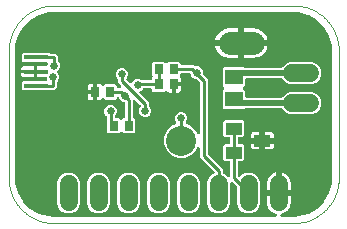
<source format=gbl>
G04 EAGLE Gerber X2 export*
G75*
%MOMM*%
%FSLAX35Y35*%
%LPD*%
%AMOC8*
5,1,8,0,0,1.08239X$1,22.5*%
G01*
%ADD10C,0.076200*%
%ADD11R,0.700000X0.900000*%
%ADD12R,2.000000X0.400000*%
%ADD13R,1.500000X1.300000*%
%ADD14C,1.500000*%
%ADD15C,1.981200*%
%ADD16C,2.540000*%
%ADD17R,1.400000X1.000000*%
%ADD18C,1.524000*%
%ADD19C,0.650000*%
%ADD20C,0.254000*%
%ADD21C,0.508000*%

G36*
X2259818Y53960D02*
X2259818Y53960D01*
X2261010Y54034D01*
X2261392Y54158D01*
X2261790Y54209D01*
X2262900Y54648D01*
X2264036Y55016D01*
X2264375Y55231D01*
X2264748Y55379D01*
X2265713Y56080D01*
X2266723Y56719D01*
X2266998Y57012D01*
X2267323Y57248D01*
X2268084Y58167D01*
X2268902Y59036D01*
X2269096Y59388D01*
X2269352Y59698D01*
X2269861Y60777D01*
X2270437Y61823D01*
X2270538Y62212D01*
X2270709Y62575D01*
X2270933Y63747D01*
X2271232Y64903D01*
X2271232Y65304D01*
X2271308Y65699D01*
X2271234Y66888D01*
X2271236Y68084D01*
X2271136Y68474D01*
X2271112Y68874D01*
X2270745Y70008D01*
X2270449Y71166D01*
X2270256Y71518D01*
X2270133Y71901D01*
X2269494Y72910D01*
X2268921Y73957D01*
X2268647Y74249D01*
X2268432Y74589D01*
X2267563Y75409D01*
X2266748Y76279D01*
X2266409Y76495D01*
X2266117Y76771D01*
X2265071Y77348D01*
X2264065Y77989D01*
X2263513Y78208D01*
X2263332Y78308D01*
X2263129Y78361D01*
X2262558Y78588D01*
X2246999Y83643D01*
X2232749Y90903D01*
X2219811Y100304D01*
X2208504Y111611D01*
X2199103Y124549D01*
X2191843Y138799D01*
X2186901Y154008D01*
X2184399Y169804D01*
X2184399Y228601D01*
X2273298Y228601D01*
X2274478Y228750D01*
X2275663Y228823D01*
X2276050Y228948D01*
X2276454Y228999D01*
X2277560Y229437D01*
X2278690Y229802D01*
X2279034Y230020D01*
X2279413Y230169D01*
X2280372Y230866D01*
X2281378Y231502D01*
X2281658Y231800D01*
X2281987Y232038D01*
X2282744Y232952D01*
X2283559Y233818D01*
X2283756Y234174D01*
X2284016Y234488D01*
X2284523Y235562D01*
X2285097Y236603D01*
X2285199Y236998D01*
X2285373Y237365D01*
X2285596Y238530D01*
X2285894Y239682D01*
X2285933Y240287D01*
X2285972Y240489D01*
X2285959Y240695D01*
X2285998Y241300D01*
X2285998Y254002D01*
X2286002Y254002D01*
X2286002Y241300D01*
X2286151Y240120D01*
X2286224Y238936D01*
X2286349Y238549D01*
X2286400Y238144D01*
X2286838Y237038D01*
X2287203Y235909D01*
X2287421Y235564D01*
X2287571Y235186D01*
X2288267Y234227D01*
X2288903Y233220D01*
X2289201Y232940D01*
X2289439Y232612D01*
X2290353Y231855D01*
X2291219Y231039D01*
X2291575Y230842D01*
X2291889Y230582D01*
X2292963Y230076D01*
X2294004Y229501D01*
X2294399Y229399D01*
X2294767Y229226D01*
X2295932Y229002D01*
X2297083Y228704D01*
X2297688Y228665D01*
X2297891Y228627D01*
X2298097Y228639D01*
X2298701Y228601D01*
X2387600Y228601D01*
X2387600Y169804D01*
X2385098Y154008D01*
X2380157Y138799D01*
X2372896Y124549D01*
X2363496Y111611D01*
X2352189Y100304D01*
X2339250Y90903D01*
X2325000Y83643D01*
X2309441Y78588D01*
X2308361Y78079D01*
X2307251Y77640D01*
X2306926Y77404D01*
X2306563Y77233D01*
X2305642Y76473D01*
X2304677Y75772D01*
X2304421Y75463D01*
X2304111Y75206D01*
X2303409Y74241D01*
X2302648Y73322D01*
X2302476Y72958D01*
X2302240Y72634D01*
X2301800Y71523D01*
X2301291Y70444D01*
X2301215Y70050D01*
X2301067Y69677D01*
X2300917Y68492D01*
X2300692Y67320D01*
X2300717Y66920D01*
X2300666Y66521D01*
X2300815Y65335D01*
X2300888Y64145D01*
X2301012Y63764D01*
X2301062Y63364D01*
X2301500Y62253D01*
X2301867Y61118D01*
X2302082Y60779D01*
X2302229Y60405D01*
X2302929Y59440D01*
X2303568Y58430D01*
X2303860Y58154D01*
X2304096Y57829D01*
X2305013Y57068D01*
X2305883Y56249D01*
X2306235Y56054D01*
X2306544Y55798D01*
X2307621Y55289D01*
X2308668Y54711D01*
X2309057Y54610D01*
X2309420Y54439D01*
X2310592Y54213D01*
X2311748Y53914D01*
X2312342Y53876D01*
X2312543Y53837D01*
X2312752Y53850D01*
X2313365Y53810D01*
X2413000Y53810D01*
X2413208Y53837D01*
X2413830Y53838D01*
X2454880Y56528D01*
X2455310Y56611D01*
X2455746Y56615D01*
X2457336Y56934D01*
X2536637Y78182D01*
X2537426Y78504D01*
X2538247Y78732D01*
X2539482Y79343D01*
X2539582Y79384D01*
X2539618Y79410D01*
X2539700Y79451D01*
X2610799Y120500D01*
X2611479Y121016D01*
X2612212Y121448D01*
X2613243Y122355D01*
X2613333Y122423D01*
X2613362Y122459D01*
X2613429Y122518D01*
X2671481Y180571D01*
X2672003Y181243D01*
X2672601Y181851D01*
X2673365Y182998D01*
X2673431Y183084D01*
X2673449Y183124D01*
X2673500Y183201D01*
X2714549Y254300D01*
X2714879Y255084D01*
X2715299Y255827D01*
X2715532Y256516D01*
X2715626Y256715D01*
X2715661Y256897D01*
X2715741Y257135D01*
X2715782Y257233D01*
X2715788Y257275D01*
X2715818Y257363D01*
X2737066Y336663D01*
X2737125Y337096D01*
X2737263Y337512D01*
X2737472Y339120D01*
X2737863Y345083D01*
X2737863Y345085D01*
X2737863Y345087D01*
X2740162Y380169D01*
X2740150Y380378D01*
X2740189Y381000D01*
X2740189Y1460500D01*
X2740163Y1460708D01*
X2740162Y1461330D01*
X2737472Y1502380D01*
X2737388Y1502810D01*
X2737385Y1503246D01*
X2737288Y1503728D01*
X2737277Y1503903D01*
X2737213Y1504101D01*
X2737066Y1504836D01*
X2715818Y1584137D01*
X2715496Y1584926D01*
X2715268Y1585747D01*
X2714657Y1586982D01*
X2714616Y1587082D01*
X2714590Y1587118D01*
X2714549Y1587200D01*
X2673500Y1658299D01*
X2672984Y1658979D01*
X2672552Y1659712D01*
X2671645Y1660743D01*
X2671577Y1660833D01*
X2671541Y1660862D01*
X2671481Y1660929D01*
X2613429Y1718981D01*
X2612757Y1719503D01*
X2612148Y1720101D01*
X2611002Y1720865D01*
X2610916Y1720931D01*
X2610876Y1720949D01*
X2610799Y1721000D01*
X2539700Y1762049D01*
X2538913Y1762380D01*
X2538173Y1762799D01*
X2536869Y1763239D01*
X2536767Y1763282D01*
X2536723Y1763288D01*
X2536637Y1763318D01*
X2457336Y1784566D01*
X2456903Y1784625D01*
X2456488Y1784763D01*
X2454880Y1784972D01*
X2413831Y1787662D01*
X2413622Y1787650D01*
X2413000Y1787689D01*
X381000Y1787689D01*
X380792Y1787663D01*
X380169Y1787662D01*
X339120Y1784972D01*
X338690Y1784888D01*
X338253Y1784885D01*
X336664Y1784566D01*
X257363Y1763318D01*
X256574Y1762996D01*
X255753Y1762768D01*
X254518Y1762157D01*
X254418Y1762116D01*
X254382Y1762090D01*
X254300Y1762049D01*
X183201Y1721000D01*
X182521Y1720484D01*
X181788Y1720052D01*
X180757Y1719145D01*
X180667Y1719077D01*
X180638Y1719041D01*
X180571Y1718981D01*
X122518Y1660929D01*
X121997Y1660257D01*
X121399Y1659648D01*
X120635Y1658502D01*
X120568Y1658416D01*
X120551Y1658376D01*
X120500Y1658299D01*
X79451Y1587200D01*
X79120Y1586413D01*
X78701Y1585673D01*
X78261Y1584369D01*
X78218Y1584267D01*
X78211Y1584223D01*
X78182Y1584137D01*
X56934Y1504836D01*
X56874Y1504404D01*
X56737Y1503988D01*
X56528Y1502380D01*
X56526Y1502351D01*
X56526Y1502350D01*
X56526Y1502348D01*
X54029Y1464253D01*
X54029Y1464252D01*
X54029Y1464250D01*
X53838Y1461331D01*
X53850Y1461122D01*
X53810Y1460500D01*
X53810Y381000D01*
X53837Y380792D01*
X53838Y380169D01*
X56528Y339120D01*
X56611Y338690D01*
X56615Y338253D01*
X56934Y336664D01*
X78182Y257363D01*
X78504Y256574D01*
X78732Y255753D01*
X79343Y254518D01*
X79384Y254418D01*
X79410Y254382D01*
X79451Y254300D01*
X120500Y183201D01*
X121016Y182521D01*
X121448Y181788D01*
X122355Y180757D01*
X122423Y180667D01*
X122459Y180638D01*
X122518Y180571D01*
X180571Y122518D01*
X181243Y121997D01*
X181851Y121399D01*
X182998Y120635D01*
X183084Y120568D01*
X183124Y120551D01*
X183201Y120500D01*
X254300Y79451D01*
X255087Y79120D01*
X255827Y78701D01*
X257131Y78261D01*
X257233Y78218D01*
X257277Y78211D01*
X257363Y78182D01*
X336664Y56934D01*
X337096Y56874D01*
X337512Y56737D01*
X339120Y56528D01*
X380169Y53838D01*
X380378Y53850D01*
X381000Y53810D01*
X2258634Y53810D01*
X2259818Y53960D01*
G37*
%LPC*%
G36*
X1758865Y81599D02*
X1758865Y81599D01*
X1723506Y96246D01*
X1696446Y123306D01*
X1681799Y158665D01*
X1681799Y349335D01*
X1696446Y384694D01*
X1723506Y411754D01*
X1734934Y416488D01*
X1735364Y416733D01*
X1735830Y416900D01*
X1736741Y417518D01*
X1737697Y418064D01*
X1738053Y418408D01*
X1738463Y418686D01*
X1739192Y419512D01*
X1739982Y420277D01*
X1740241Y420699D01*
X1740569Y421070D01*
X1741070Y422050D01*
X1741646Y422989D01*
X1741792Y423462D01*
X1742017Y423902D01*
X1742258Y424976D01*
X1742583Y426028D01*
X1742607Y426522D01*
X1742715Y427006D01*
X1742683Y428109D01*
X1742735Y429206D01*
X1742635Y429689D01*
X1742621Y430185D01*
X1742315Y431243D01*
X1742093Y432322D01*
X1741875Y432767D01*
X1741738Y433242D01*
X1741181Y434188D01*
X1740697Y435180D01*
X1740375Y435558D01*
X1740125Y435983D01*
X1739054Y437200D01*
X1641174Y535080D01*
X1618299Y557954D01*
X1618299Y631487D01*
X1618212Y632179D01*
X1618223Y632877D01*
X1618013Y633751D01*
X1617901Y634643D01*
X1617644Y635291D01*
X1617482Y635970D01*
X1617061Y636766D01*
X1616731Y637601D01*
X1616321Y638165D01*
X1615995Y638782D01*
X1615390Y639448D01*
X1614862Y640176D01*
X1614326Y640620D01*
X1613856Y641137D01*
X1613105Y641631D01*
X1612412Y642205D01*
X1611780Y642503D01*
X1611199Y642886D01*
X1610349Y643178D01*
X1609535Y643562D01*
X1608851Y643693D01*
X1608190Y643920D01*
X1607293Y643991D01*
X1606411Y644161D01*
X1605714Y644118D01*
X1605019Y644173D01*
X1604133Y644020D01*
X1603236Y643964D01*
X1602573Y643750D01*
X1601885Y643631D01*
X1601064Y643262D01*
X1600209Y642985D01*
X1599619Y642612D01*
X1598983Y642327D01*
X1598282Y641767D01*
X1597520Y641285D01*
X1597041Y640776D01*
X1596497Y640342D01*
X1595957Y639625D01*
X1595339Y638970D01*
X1595002Y638358D01*
X1594582Y637802D01*
X1593867Y636347D01*
X1585121Y615230D01*
X1543770Y573879D01*
X1489740Y551499D01*
X1431260Y551499D01*
X1377230Y573879D01*
X1335879Y615230D01*
X1313499Y669260D01*
X1313499Y727740D01*
X1335879Y781770D01*
X1377230Y823120D01*
X1412635Y837786D01*
X1413065Y838031D01*
X1413531Y838198D01*
X1414441Y838816D01*
X1415398Y839362D01*
X1415754Y839707D01*
X1416164Y839984D01*
X1416891Y840808D01*
X1417683Y841575D01*
X1417943Y841997D01*
X1418270Y842368D01*
X1418771Y843348D01*
X1419347Y844287D01*
X1419493Y844760D01*
X1419718Y845201D01*
X1419959Y846274D01*
X1420284Y847326D01*
X1420308Y847821D01*
X1420416Y848304D01*
X1420383Y849406D01*
X1420436Y850504D01*
X1420336Y850988D01*
X1420321Y851484D01*
X1420016Y852542D01*
X1419794Y853619D01*
X1419577Y854064D01*
X1419439Y854540D01*
X1418881Y855489D01*
X1418398Y856478D01*
X1418077Y856855D01*
X1417825Y857282D01*
X1416754Y858499D01*
X1415992Y859261D01*
X1407999Y878557D01*
X1407999Y899443D01*
X1415992Y918739D01*
X1430760Y933508D01*
X1450057Y941500D01*
X1470943Y941500D01*
X1490239Y933508D01*
X1505008Y918739D01*
X1513000Y899443D01*
X1513000Y878557D01*
X1505008Y859261D01*
X1504245Y858499D01*
X1503941Y858107D01*
X1503575Y857774D01*
X1502972Y856857D01*
X1502295Y855986D01*
X1502098Y855530D01*
X1501826Y855117D01*
X1501469Y854078D01*
X1501031Y853067D01*
X1500953Y852577D01*
X1500792Y852109D01*
X1500704Y851010D01*
X1500532Y849925D01*
X1500578Y849433D01*
X1500538Y848938D01*
X1500726Y847852D01*
X1500829Y846758D01*
X1500997Y846291D01*
X1501081Y845803D01*
X1501531Y844802D01*
X1501904Y843763D01*
X1502183Y843353D01*
X1502385Y842902D01*
X1503070Y842044D01*
X1503689Y841131D01*
X1504062Y840802D01*
X1504370Y840416D01*
X1505247Y839755D01*
X1506073Y839024D01*
X1506515Y838798D01*
X1506910Y838501D01*
X1508365Y837786D01*
X1543770Y823120D01*
X1585121Y781769D01*
X1593867Y760653D01*
X1594213Y760046D01*
X1594469Y759398D01*
X1594997Y758671D01*
X1595443Y757889D01*
X1595929Y757388D01*
X1596338Y756824D01*
X1597030Y756251D01*
X1597656Y755604D01*
X1598250Y755240D01*
X1598788Y754795D01*
X1599601Y754411D01*
X1600368Y753941D01*
X1601035Y753735D01*
X1601665Y753438D01*
X1602548Y753269D01*
X1603408Y753004D01*
X1604105Y752970D01*
X1604789Y752839D01*
X1605685Y752894D01*
X1606585Y752851D01*
X1607270Y752993D01*
X1607964Y753035D01*
X1608818Y753312D01*
X1609701Y753493D01*
X1610329Y753800D01*
X1610991Y754014D01*
X1611751Y754495D01*
X1612559Y754890D01*
X1613090Y755342D01*
X1613680Y755715D01*
X1614297Y756370D01*
X1614981Y756953D01*
X1615383Y757523D01*
X1615861Y758030D01*
X1616296Y758817D01*
X1616814Y759553D01*
X1617062Y760205D01*
X1617399Y760815D01*
X1617624Y761685D01*
X1617943Y762526D01*
X1618021Y763220D01*
X1618196Y763895D01*
X1618299Y765513D01*
X1618299Y1187694D01*
X1618176Y1188672D01*
X1618147Y1189659D01*
X1617977Y1190246D01*
X1617901Y1190850D01*
X1617539Y1191766D01*
X1617265Y1192716D01*
X1616955Y1193242D01*
X1616731Y1193808D01*
X1616152Y1194606D01*
X1615651Y1195457D01*
X1614984Y1196214D01*
X1614862Y1196383D01*
X1614766Y1196462D01*
X1614580Y1196674D01*
X1594224Y1217030D01*
X1593446Y1217633D01*
X1592727Y1218311D01*
X1592193Y1218606D01*
X1591711Y1218980D01*
X1590807Y1219371D01*
X1589942Y1219849D01*
X1589350Y1220002D01*
X1588792Y1220244D01*
X1587819Y1220398D01*
X1586862Y1220646D01*
X1585854Y1220710D01*
X1585650Y1220743D01*
X1585527Y1220731D01*
X1585244Y1220749D01*
X1581307Y1220749D01*
X1562010Y1228742D01*
X1547242Y1243510D01*
X1539911Y1261210D01*
X1539766Y1261464D01*
X1539676Y1261741D01*
X1538980Y1262842D01*
X1538335Y1263973D01*
X1538133Y1264182D01*
X1537976Y1264430D01*
X1537026Y1265324D01*
X1536122Y1266258D01*
X1535873Y1266411D01*
X1535661Y1266611D01*
X1534521Y1267240D01*
X1533410Y1267922D01*
X1533131Y1268008D01*
X1532876Y1268149D01*
X1531614Y1268475D01*
X1530370Y1268859D01*
X1530079Y1268873D01*
X1529796Y1268946D01*
X1528178Y1269049D01*
X1466200Y1269049D01*
X1465020Y1268900D01*
X1463835Y1268827D01*
X1463448Y1268702D01*
X1463044Y1268651D01*
X1461938Y1268213D01*
X1460808Y1267848D01*
X1460464Y1267630D01*
X1460086Y1267481D01*
X1459126Y1266784D01*
X1458120Y1266148D01*
X1457840Y1265850D01*
X1457511Y1265612D01*
X1456754Y1264698D01*
X1455939Y1263833D01*
X1455742Y1263476D01*
X1455482Y1263162D01*
X1454975Y1262088D01*
X1454401Y1261048D01*
X1454299Y1260653D01*
X1454125Y1260285D01*
X1453902Y1259120D01*
X1453604Y1257968D01*
X1453565Y1257363D01*
X1453526Y1257161D01*
X1453539Y1256955D01*
X1453500Y1256350D01*
X1453500Y1247451D01*
X1453399Y1247218D01*
X1452878Y1246225D01*
X1452769Y1245763D01*
X1452581Y1245328D01*
X1452405Y1244221D01*
X1452147Y1243129D01*
X1452156Y1242655D01*
X1452082Y1242187D01*
X1452186Y1241070D01*
X1452208Y1239949D01*
X1452334Y1239492D01*
X1452379Y1239020D01*
X1452758Y1237963D01*
X1453057Y1236883D01*
X1453379Y1236233D01*
X1453453Y1236026D01*
X1453558Y1235871D01*
X1453777Y1235430D01*
X1457169Y1229554D01*
X1458900Y1223094D01*
X1458900Y1192249D01*
X1403302Y1192249D01*
X1402122Y1192100D01*
X1400938Y1192027D01*
X1400551Y1191902D01*
X1400146Y1191851D01*
X1399040Y1191413D01*
X1397911Y1191048D01*
X1397566Y1190830D01*
X1397188Y1190681D01*
X1396228Y1189984D01*
X1395222Y1189348D01*
X1394942Y1189050D01*
X1394613Y1188812D01*
X1393857Y1187898D01*
X1393041Y1187033D01*
X1392844Y1186676D01*
X1392584Y1186362D01*
X1392078Y1185288D01*
X1391503Y1184248D01*
X1391401Y1183853D01*
X1391228Y1183485D01*
X1391004Y1182320D01*
X1391004Y1182318D01*
X1390948Y1182300D01*
X1390543Y1182249D01*
X1389438Y1181811D01*
X1388308Y1181446D01*
X1387964Y1181228D01*
X1387585Y1181078D01*
X1386626Y1180382D01*
X1385620Y1179746D01*
X1385339Y1179448D01*
X1385011Y1179210D01*
X1384254Y1178296D01*
X1383438Y1177430D01*
X1383242Y1177074D01*
X1382982Y1176760D01*
X1382475Y1175686D01*
X1381901Y1174645D01*
X1381798Y1174250D01*
X1381625Y1173883D01*
X1381402Y1172718D01*
X1381103Y1171566D01*
X1381065Y1170961D01*
X1381026Y1170758D01*
X1381039Y1170553D01*
X1381000Y1169948D01*
X1381000Y1104349D01*
X1360155Y1104349D01*
X1353695Y1106080D01*
X1347903Y1109424D01*
X1343175Y1114153D01*
X1341572Y1116929D01*
X1340815Y1117927D01*
X1340109Y1118968D01*
X1339854Y1119193D01*
X1339649Y1119463D01*
X1338666Y1120243D01*
X1337725Y1121074D01*
X1337423Y1121228D01*
X1337157Y1121440D01*
X1336008Y1121952D01*
X1334892Y1122522D01*
X1334562Y1122597D01*
X1334251Y1122735D01*
X1333014Y1122945D01*
X1331789Y1123221D01*
X1331449Y1123211D01*
X1331115Y1123268D01*
X1329865Y1123164D01*
X1328609Y1123126D01*
X1328283Y1123032D01*
X1327945Y1123004D01*
X1326757Y1122592D01*
X1325553Y1122244D01*
X1325261Y1122072D01*
X1324940Y1121961D01*
X1323894Y1121268D01*
X1322811Y1120630D01*
X1322442Y1120305D01*
X1322288Y1120203D01*
X1322142Y1120041D01*
X1321594Y1119559D01*
X1311784Y1109749D01*
X1225215Y1109749D01*
X1213499Y1121465D01*
X1213499Y1129350D01*
X1213350Y1130530D01*
X1213277Y1131714D01*
X1213152Y1132101D01*
X1213101Y1132506D01*
X1212663Y1133612D01*
X1212298Y1134741D01*
X1212080Y1135086D01*
X1211931Y1135464D01*
X1211234Y1136423D01*
X1210598Y1137430D01*
X1210300Y1137710D01*
X1210062Y1138038D01*
X1209148Y1138795D01*
X1208283Y1139611D01*
X1207926Y1139808D01*
X1207612Y1140068D01*
X1206538Y1140574D01*
X1205498Y1141149D01*
X1205103Y1141251D01*
X1204735Y1141424D01*
X1203570Y1141648D01*
X1202418Y1141946D01*
X1201813Y1141985D01*
X1201611Y1142023D01*
X1201405Y1142011D01*
X1200800Y1142049D01*
X1147370Y1142049D01*
X1147076Y1142012D01*
X1146781Y1142036D01*
X1145503Y1141814D01*
X1144214Y1141651D01*
X1143939Y1141542D01*
X1143647Y1141491D01*
X1142463Y1140958D01*
X1141256Y1140481D01*
X1141016Y1140307D01*
X1140746Y1140185D01*
X1139731Y1139374D01*
X1138682Y1138612D01*
X1138493Y1138384D01*
X1138261Y1138199D01*
X1137850Y1137653D01*
X1121739Y1121542D01*
X1114944Y1118728D01*
X1114514Y1118482D01*
X1114048Y1118315D01*
X1113136Y1117697D01*
X1112180Y1117152D01*
X1111825Y1116808D01*
X1111415Y1116529D01*
X1110686Y1115704D01*
X1109895Y1114938D01*
X1109637Y1114517D01*
X1109309Y1114146D01*
X1108808Y1113166D01*
X1108232Y1112227D01*
X1108086Y1111753D01*
X1107861Y1111313D01*
X1107619Y1110240D01*
X1107295Y1109187D01*
X1107271Y1108693D01*
X1107162Y1108210D01*
X1107195Y1107109D01*
X1107142Y1106009D01*
X1107242Y1105524D01*
X1107257Y1105030D01*
X1107562Y1103972D01*
X1107784Y1102894D01*
X1108001Y1102449D01*
X1108139Y1101973D01*
X1108698Y1101024D01*
X1109181Y1100036D01*
X1109502Y1099659D01*
X1109753Y1099232D01*
X1110824Y1098015D01*
X1188200Y1020638D01*
X1188200Y995857D01*
X1188324Y994879D01*
X1188353Y993892D01*
X1188523Y993305D01*
X1188599Y992701D01*
X1188961Y991785D01*
X1189235Y990835D01*
X1189545Y990309D01*
X1189769Y989743D01*
X1190348Y988944D01*
X1190849Y988094D01*
X1191516Y987337D01*
X1191638Y987168D01*
X1191733Y987089D01*
X1191920Y986877D01*
X1200008Y978789D01*
X1208000Y959493D01*
X1208000Y938607D01*
X1200008Y919310D01*
X1185239Y904542D01*
X1165943Y896549D01*
X1145057Y896549D01*
X1125760Y904542D01*
X1110992Y919310D01*
X1102999Y938607D01*
X1102999Y959493D01*
X1110992Y978789D01*
X1115295Y983092D01*
X1116024Y984032D01*
X1116810Y984921D01*
X1116996Y985283D01*
X1117245Y985605D01*
X1117718Y986696D01*
X1118258Y987753D01*
X1118348Y988151D01*
X1118509Y988524D01*
X1118696Y989696D01*
X1118957Y990857D01*
X1118945Y991265D01*
X1119008Y991666D01*
X1118898Y992847D01*
X1118862Y994037D01*
X1118749Y994428D01*
X1118711Y994833D01*
X1118310Y995950D01*
X1117980Y997093D01*
X1117773Y997445D01*
X1117636Y997827D01*
X1116969Y998811D01*
X1116366Y999834D01*
X1115967Y1000288D01*
X1115851Y1000460D01*
X1115695Y1000598D01*
X1115296Y1001052D01*
X1071880Y1044468D01*
X1070782Y1045320D01*
X1069712Y1046206D01*
X1069527Y1046293D01*
X1069366Y1046418D01*
X1068093Y1046969D01*
X1066834Y1047563D01*
X1066634Y1047601D01*
X1066447Y1047682D01*
X1065077Y1047899D01*
X1063710Y1048162D01*
X1063507Y1048149D01*
X1063305Y1048181D01*
X1061923Y1048051D01*
X1060535Y1047965D01*
X1060341Y1047903D01*
X1060138Y1047883D01*
X1058829Y1047413D01*
X1057508Y1046986D01*
X1057337Y1046878D01*
X1057144Y1046808D01*
X1055996Y1046030D01*
X1054820Y1045286D01*
X1054679Y1045137D01*
X1054512Y1045023D01*
X1053595Y1043986D01*
X1052639Y1042971D01*
X1052540Y1042792D01*
X1052405Y1042639D01*
X1051774Y1041404D01*
X1051101Y1040186D01*
X1051050Y1039988D01*
X1050957Y1039807D01*
X1050652Y1038453D01*
X1050304Y1037106D01*
X1050286Y1036824D01*
X1050258Y1036703D01*
X1050265Y1036494D01*
X1050200Y1035488D01*
X1050200Y903200D01*
X1050349Y902020D01*
X1050423Y900835D01*
X1050548Y900448D01*
X1050599Y900044D01*
X1051036Y898938D01*
X1051402Y897808D01*
X1051619Y897464D01*
X1051769Y897086D01*
X1052465Y896126D01*
X1053102Y895120D01*
X1053399Y894840D01*
X1053638Y894511D01*
X1054551Y893754D01*
X1055417Y892939D01*
X1055773Y892742D01*
X1056088Y892482D01*
X1057162Y891975D01*
X1058202Y891401D01*
X1058597Y891299D01*
X1058965Y891125D01*
X1060130Y890902D01*
X1060472Y890813D01*
X1072500Y878785D01*
X1072500Y772215D01*
X1060785Y760499D01*
X974215Y760499D01*
X961480Y773235D01*
X960542Y773963D01*
X959651Y774750D01*
X959288Y774935D01*
X958967Y775185D01*
X957876Y775657D01*
X956818Y776198D01*
X956421Y776287D01*
X956048Y776449D01*
X954876Y776635D01*
X953715Y776897D01*
X953307Y776884D01*
X952906Y776948D01*
X951724Y776837D01*
X950535Y776802D01*
X950144Y776689D01*
X949738Y776651D01*
X948621Y776249D01*
X947479Y775920D01*
X947127Y775713D01*
X946745Y775576D01*
X945762Y774909D01*
X944738Y774306D01*
X944283Y773906D01*
X944112Y773790D01*
X943975Y773635D01*
X943520Y773235D01*
X930785Y760499D01*
X844215Y760499D01*
X832499Y772215D01*
X832499Y828994D01*
X832376Y829972D01*
X832347Y830959D01*
X832177Y831546D01*
X832101Y832150D01*
X831739Y833066D01*
X831465Y834016D01*
X831155Y834542D01*
X830931Y835108D01*
X830352Y835906D01*
X829851Y836757D01*
X829549Y837099D01*
X829549Y901443D01*
X829426Y902421D01*
X829397Y903408D01*
X829227Y903995D01*
X829151Y904599D01*
X828789Y905515D01*
X828515Y906464D01*
X828205Y906991D01*
X827981Y907557D01*
X827402Y908355D01*
X826901Y909206D01*
X826234Y909963D01*
X826112Y910132D01*
X826016Y910211D01*
X825830Y910423D01*
X817742Y918510D01*
X809749Y937807D01*
X809749Y958693D01*
X817742Y977989D01*
X832510Y992758D01*
X851807Y1000750D01*
X872693Y1000750D01*
X891989Y992758D01*
X906758Y977989D01*
X914750Y958693D01*
X914750Y937807D01*
X906758Y918511D01*
X900426Y912180D01*
X899574Y911082D01*
X898688Y910012D01*
X898601Y909827D01*
X898476Y909666D01*
X897924Y908392D01*
X897332Y907134D01*
X897293Y906934D01*
X897212Y906747D01*
X896994Y905376D01*
X896733Y904010D01*
X896745Y903807D01*
X896713Y903605D01*
X896843Y902218D01*
X896929Y900835D01*
X896991Y900643D01*
X897010Y900438D01*
X897482Y899125D01*
X897908Y897808D01*
X898017Y897636D01*
X898086Y897444D01*
X898865Y896296D01*
X899608Y895120D01*
X899757Y894980D01*
X899871Y894812D01*
X900911Y893893D01*
X901923Y892939D01*
X902102Y892840D01*
X902255Y892705D01*
X903492Y892073D01*
X904708Y891401D01*
X904906Y891350D01*
X905087Y891257D01*
X906443Y890952D01*
X907788Y890604D01*
X908070Y890586D01*
X908191Y890558D01*
X908400Y890565D01*
X909406Y890500D01*
X930785Y890500D01*
X943520Y877765D01*
X944457Y877038D01*
X945349Y876250D01*
X945712Y876064D01*
X946033Y875815D01*
X947125Y875342D01*
X948182Y874802D01*
X948579Y874713D01*
X948953Y874551D01*
X950124Y874364D01*
X951285Y874103D01*
X951693Y874115D01*
X952094Y874052D01*
X953274Y874162D01*
X954465Y874198D01*
X954858Y874311D01*
X955262Y874349D01*
X956379Y874750D01*
X957521Y875080D01*
X957872Y875286D01*
X958256Y875424D01*
X959240Y876092D01*
X960263Y876694D01*
X960717Y877093D01*
X960888Y877210D01*
X961025Y877365D01*
X961480Y877765D01*
X974436Y890721D01*
X974464Y890723D01*
X974851Y890848D01*
X975256Y890899D01*
X976362Y891336D01*
X977491Y891702D01*
X977836Y891919D01*
X978214Y892069D01*
X979173Y892765D01*
X980180Y893402D01*
X980460Y893699D01*
X980788Y893938D01*
X981545Y894851D01*
X982361Y895717D01*
X982558Y896073D01*
X982818Y896388D01*
X983324Y897462D01*
X983899Y898502D01*
X984001Y898897D01*
X984174Y899265D01*
X984398Y900430D01*
X984696Y901582D01*
X984735Y902187D01*
X984773Y902389D01*
X984761Y902595D01*
X984799Y903200D01*
X984799Y1014300D01*
X984650Y1015480D01*
X984577Y1016664D01*
X984452Y1017051D01*
X984401Y1017456D01*
X983963Y1018562D01*
X983598Y1019691D01*
X983380Y1020036D01*
X983231Y1020414D01*
X982534Y1021373D01*
X981898Y1022380D01*
X981600Y1022660D01*
X981362Y1022988D01*
X980448Y1023745D01*
X979583Y1024561D01*
X979226Y1024758D01*
X978912Y1025018D01*
X977838Y1025524D01*
X976798Y1026099D01*
X976403Y1026201D01*
X976035Y1026374D01*
X974870Y1026598D01*
X974621Y1026662D01*
X954510Y1034992D01*
X939742Y1049760D01*
X937000Y1056382D01*
X936754Y1056812D01*
X936587Y1057278D01*
X935969Y1058190D01*
X935424Y1059145D01*
X935080Y1059501D01*
X934802Y1059911D01*
X933976Y1060640D01*
X933211Y1061430D01*
X932789Y1061689D01*
X932418Y1062017D01*
X931438Y1062518D01*
X930499Y1063094D01*
X930025Y1063240D01*
X929585Y1063465D01*
X928513Y1063706D01*
X927459Y1064031D01*
X926965Y1064055D01*
X926482Y1064163D01*
X925382Y1064131D01*
X924282Y1064183D01*
X923797Y1064083D01*
X923302Y1064069D01*
X922243Y1063763D01*
X921166Y1063541D01*
X920723Y1063324D01*
X920246Y1063187D01*
X919296Y1062628D01*
X918308Y1062145D01*
X917931Y1061824D01*
X917504Y1061573D01*
X916287Y1060502D01*
X902035Y1046249D01*
X815465Y1046249D01*
X805656Y1056059D01*
X804663Y1056830D01*
X803714Y1057650D01*
X803411Y1057801D01*
X803142Y1058009D01*
X801990Y1058508D01*
X800866Y1059068D01*
X800534Y1059139D01*
X800223Y1059273D01*
X798987Y1059470D01*
X797756Y1059733D01*
X797416Y1059719D01*
X797081Y1059773D01*
X795831Y1059655D01*
X794577Y1059604D01*
X794253Y1059507D01*
X793914Y1059475D01*
X792730Y1059050D01*
X791530Y1058690D01*
X791240Y1058515D01*
X790920Y1058400D01*
X789882Y1057695D01*
X788806Y1057047D01*
X788568Y1056805D01*
X788288Y1056614D01*
X787457Y1055674D01*
X786576Y1054778D01*
X786304Y1054369D01*
X786181Y1054231D01*
X786081Y1054035D01*
X785678Y1053429D01*
X784075Y1050653D01*
X779346Y1045924D01*
X773554Y1042580D01*
X767094Y1040849D01*
X746249Y1040849D01*
X746249Y1106448D01*
X746100Y1107628D01*
X746027Y1108812D01*
X745902Y1109199D01*
X745851Y1109604D01*
X745413Y1110709D01*
X745258Y1111190D01*
X745349Y1111354D01*
X745451Y1111749D01*
X745624Y1112117D01*
X745848Y1113282D01*
X746146Y1114434D01*
X746185Y1115039D01*
X746223Y1115241D01*
X746211Y1115447D01*
X746249Y1116052D01*
X746249Y1181650D01*
X767094Y1181650D01*
X773554Y1179919D01*
X779346Y1176575D01*
X784075Y1171847D01*
X785678Y1169071D01*
X786435Y1168073D01*
X787141Y1167032D01*
X787396Y1166806D01*
X787601Y1166537D01*
X788584Y1165757D01*
X789525Y1164925D01*
X789827Y1164771D01*
X790093Y1164560D01*
X791242Y1164048D01*
X792358Y1163478D01*
X792688Y1163403D01*
X792998Y1163265D01*
X794236Y1163055D01*
X795461Y1162779D01*
X795801Y1162789D01*
X796135Y1162732D01*
X797384Y1162836D01*
X798641Y1162873D01*
X798967Y1162968D01*
X799305Y1162996D01*
X800493Y1163408D01*
X801697Y1163756D01*
X801989Y1163928D01*
X802310Y1164039D01*
X803356Y1164732D01*
X804438Y1165369D01*
X804808Y1165694D01*
X804962Y1165796D01*
X805108Y1165959D01*
X805656Y1166440D01*
X815465Y1176250D01*
X902035Y1176250D01*
X913750Y1164535D01*
X913750Y1156650D01*
X913899Y1155470D01*
X913973Y1154285D01*
X914098Y1153898D01*
X914149Y1153494D01*
X914586Y1152388D01*
X914952Y1151258D01*
X915169Y1150914D01*
X915319Y1150536D01*
X916015Y1149576D01*
X916652Y1148570D01*
X916949Y1148290D01*
X917188Y1147961D01*
X918101Y1147204D01*
X918967Y1146389D01*
X919323Y1146192D01*
X919638Y1145932D01*
X920712Y1145425D01*
X921752Y1144851D01*
X922147Y1144749D01*
X922515Y1144575D01*
X923680Y1144352D01*
X924832Y1144054D01*
X925437Y1144015D01*
X925639Y1143976D01*
X925845Y1143989D01*
X926450Y1143950D01*
X941738Y1143950D01*
X943119Y1144125D01*
X944500Y1144254D01*
X944692Y1144323D01*
X944894Y1144349D01*
X946183Y1144859D01*
X947494Y1145329D01*
X947663Y1145444D01*
X947852Y1145519D01*
X948972Y1146332D01*
X950127Y1147115D01*
X950262Y1147268D01*
X950427Y1147388D01*
X951312Y1148456D01*
X952233Y1149499D01*
X952325Y1149680D01*
X952456Y1149838D01*
X953049Y1151096D01*
X953681Y1152331D01*
X953725Y1152530D01*
X953813Y1152715D01*
X954074Y1154078D01*
X954379Y1155435D01*
X954373Y1155639D01*
X954412Y1155839D01*
X954326Y1157220D01*
X954285Y1158615D01*
X954228Y1158812D01*
X954215Y1159014D01*
X953789Y1160333D01*
X953403Y1161671D01*
X953299Y1161847D01*
X953236Y1162041D01*
X952491Y1163219D01*
X951789Y1164412D01*
X951603Y1164623D01*
X951536Y1164729D01*
X951383Y1164873D01*
X950718Y1165630D01*
X924799Y1191548D01*
X924799Y1213193D01*
X924676Y1214171D01*
X924647Y1215158D01*
X924477Y1215745D01*
X924401Y1216349D01*
X924039Y1217265D01*
X923765Y1218214D01*
X923455Y1218741D01*
X923231Y1219307D01*
X922652Y1220105D01*
X922151Y1220956D01*
X921484Y1221713D01*
X921362Y1221882D01*
X921266Y1221961D01*
X921080Y1222173D01*
X912992Y1230260D01*
X904999Y1249557D01*
X904999Y1270443D01*
X912992Y1289739D01*
X927760Y1304508D01*
X947057Y1312500D01*
X967943Y1312500D01*
X987239Y1304508D01*
X1002008Y1289739D01*
X1010000Y1270443D01*
X1010000Y1249557D01*
X1002008Y1230261D01*
X999273Y1227526D01*
X998545Y1226588D01*
X997758Y1225697D01*
X997573Y1225335D01*
X997323Y1225013D01*
X996849Y1223919D01*
X996310Y1222864D01*
X996220Y1222468D01*
X996058Y1222094D01*
X995872Y1220918D01*
X995611Y1219761D01*
X995623Y1219353D01*
X995559Y1218952D01*
X995670Y1217771D01*
X995706Y1216581D01*
X995818Y1216190D01*
X995857Y1215785D01*
X996258Y1214667D01*
X996588Y1213525D01*
X996794Y1213173D01*
X996932Y1212791D01*
X997599Y1211807D01*
X998202Y1210783D01*
X998600Y1210330D01*
X998717Y1210158D01*
X998874Y1210020D01*
X999273Y1209566D01*
X1023965Y1184874D01*
X1024355Y1184571D01*
X1024689Y1184204D01*
X1025610Y1183597D01*
X1026478Y1182924D01*
X1026932Y1182728D01*
X1027346Y1182455D01*
X1028390Y1182096D01*
X1029398Y1181660D01*
X1029885Y1181582D01*
X1030354Y1181421D01*
X1031453Y1181333D01*
X1032539Y1181161D01*
X1033032Y1181207D01*
X1033525Y1181168D01*
X1034611Y1181355D01*
X1035706Y1181458D01*
X1036172Y1181625D01*
X1036660Y1181710D01*
X1037664Y1182161D01*
X1038700Y1182533D01*
X1039111Y1182812D01*
X1039561Y1183014D01*
X1040420Y1183699D01*
X1041333Y1184319D01*
X1041661Y1184690D01*
X1042048Y1184998D01*
X1042710Y1185877D01*
X1043439Y1186703D01*
X1043664Y1187143D01*
X1043963Y1187538D01*
X1044678Y1188994D01*
X1047492Y1195789D01*
X1062260Y1210558D01*
X1081557Y1218550D01*
X1102443Y1218550D01*
X1122052Y1210428D01*
X1122624Y1209889D01*
X1123158Y1209594D01*
X1123640Y1209220D01*
X1124544Y1208828D01*
X1125409Y1208351D01*
X1126001Y1208198D01*
X1126559Y1207956D01*
X1127532Y1207802D01*
X1128489Y1207554D01*
X1129497Y1207489D01*
X1129701Y1207457D01*
X1129824Y1207468D01*
X1130107Y1207450D01*
X1200800Y1207450D01*
X1201980Y1207599D01*
X1203164Y1207673D01*
X1203551Y1207798D01*
X1203956Y1207849D01*
X1205062Y1208286D01*
X1206191Y1208652D01*
X1206536Y1208869D01*
X1206914Y1209019D01*
X1207873Y1209715D01*
X1208880Y1210352D01*
X1209160Y1210649D01*
X1209488Y1210888D01*
X1210245Y1211801D01*
X1211061Y1212667D01*
X1211258Y1213023D01*
X1211518Y1213338D01*
X1212024Y1214412D01*
X1212599Y1215452D01*
X1212701Y1215847D01*
X1212874Y1216215D01*
X1213098Y1217380D01*
X1213396Y1218532D01*
X1213435Y1219137D01*
X1213473Y1219339D01*
X1213461Y1219545D01*
X1213499Y1220150D01*
X1213499Y1228034D01*
X1214735Y1229270D01*
X1215462Y1230207D01*
X1216250Y1231099D01*
X1216435Y1231461D01*
X1216685Y1231783D01*
X1217158Y1232875D01*
X1217698Y1233931D01*
X1217787Y1234328D01*
X1217949Y1234702D01*
X1218135Y1235874D01*
X1218397Y1237035D01*
X1218384Y1237443D01*
X1218448Y1237844D01*
X1218337Y1239025D01*
X1218302Y1240214D01*
X1218189Y1240606D01*
X1218151Y1241011D01*
X1217750Y1242128D01*
X1217420Y1243271D01*
X1217213Y1243623D01*
X1217076Y1244005D01*
X1216408Y1244989D01*
X1215806Y1246012D01*
X1215408Y1246465D01*
X1215290Y1246638D01*
X1215134Y1246776D01*
X1214735Y1247229D01*
X1213499Y1248465D01*
X1213499Y1355035D01*
X1225215Y1366750D01*
X1311784Y1366750D01*
X1324520Y1354015D01*
X1325458Y1353287D01*
X1326349Y1352500D01*
X1326711Y1352314D01*
X1327033Y1352065D01*
X1328124Y1351593D01*
X1329181Y1351052D01*
X1329578Y1350963D01*
X1329952Y1350801D01*
X1331123Y1350615D01*
X1332285Y1350353D01*
X1332693Y1350365D01*
X1333094Y1350302D01*
X1334275Y1350413D01*
X1335464Y1350448D01*
X1335856Y1350561D01*
X1336261Y1350599D01*
X1337379Y1351000D01*
X1338521Y1351330D01*
X1338873Y1351537D01*
X1339255Y1351674D01*
X1340238Y1352340D01*
X1341262Y1352944D01*
X1341717Y1353343D01*
X1341888Y1353460D01*
X1342025Y1353615D01*
X1342479Y1354015D01*
X1355215Y1366750D01*
X1441785Y1366750D01*
X1453500Y1355035D01*
X1453500Y1347150D01*
X1453649Y1345970D01*
X1453723Y1344785D01*
X1453848Y1344398D01*
X1453899Y1343994D01*
X1454336Y1342888D01*
X1454702Y1341758D01*
X1454919Y1341414D01*
X1455069Y1341036D01*
X1455765Y1340076D01*
X1456402Y1339070D01*
X1456699Y1338790D01*
X1456938Y1338461D01*
X1457852Y1337704D01*
X1458717Y1336889D01*
X1459073Y1336692D01*
X1459388Y1336432D01*
X1460462Y1335925D01*
X1461502Y1335351D01*
X1461897Y1335249D01*
X1462265Y1335075D01*
X1463430Y1334852D01*
X1464582Y1334554D01*
X1465187Y1334515D01*
X1465389Y1334476D01*
X1465595Y1334489D01*
X1466200Y1334450D01*
X1569295Y1334450D01*
X1574276Y1329470D01*
X1575053Y1328867D01*
X1575773Y1328189D01*
X1576307Y1327894D01*
X1576789Y1327520D01*
X1577693Y1327128D01*
X1578558Y1326651D01*
X1579150Y1326498D01*
X1579708Y1326256D01*
X1580681Y1326102D01*
X1581638Y1325854D01*
X1582646Y1325789D01*
X1582850Y1325757D01*
X1582973Y1325768D01*
X1583255Y1325750D01*
X1602193Y1325750D01*
X1621489Y1317758D01*
X1636258Y1302989D01*
X1644250Y1283693D01*
X1644250Y1264755D01*
X1644374Y1263778D01*
X1644403Y1262791D01*
X1644573Y1262204D01*
X1644649Y1261599D01*
X1645011Y1260684D01*
X1645285Y1259734D01*
X1645595Y1259208D01*
X1645819Y1258641D01*
X1646398Y1257843D01*
X1646899Y1256993D01*
X1647566Y1256235D01*
X1647688Y1256067D01*
X1647783Y1255988D01*
X1647970Y1255776D01*
X1683700Y1220045D01*
X1683700Y590305D01*
X1683824Y589328D01*
X1683853Y588341D01*
X1684023Y587754D01*
X1684099Y587149D01*
X1684461Y586234D01*
X1684735Y585284D01*
X1685045Y584758D01*
X1685269Y584191D01*
X1685848Y583393D01*
X1686349Y582543D01*
X1687016Y581785D01*
X1687138Y581617D01*
X1687233Y581538D01*
X1687420Y581326D01*
X1810700Y458045D01*
X1810700Y429267D01*
X1810737Y428978D01*
X1810713Y428686D01*
X1810936Y427401D01*
X1811099Y426111D01*
X1811206Y425839D01*
X1811256Y425552D01*
X1811789Y424365D01*
X1812269Y423153D01*
X1812441Y422916D01*
X1812560Y422650D01*
X1813373Y421633D01*
X1814138Y420578D01*
X1814363Y420392D01*
X1814545Y420164D01*
X1815583Y419382D01*
X1816588Y418549D01*
X1816853Y418424D01*
X1817085Y418249D01*
X1818540Y417534D01*
X1832493Y411754D01*
X1851420Y392827D01*
X1852518Y391975D01*
X1853588Y391089D01*
X1853773Y391002D01*
X1853933Y390877D01*
X1855208Y390325D01*
X1856465Y389733D01*
X1856665Y389694D01*
X1856853Y389613D01*
X1858223Y389395D01*
X1859589Y389133D01*
X1859793Y389146D01*
X1859994Y389114D01*
X1861381Y389244D01*
X1862764Y389330D01*
X1862957Y389392D01*
X1863162Y389411D01*
X1864474Y389883D01*
X1865791Y390309D01*
X1865963Y390418D01*
X1866155Y390487D01*
X1867301Y391264D01*
X1868480Y392009D01*
X1868620Y392158D01*
X1868788Y392272D01*
X1869702Y393306D01*
X1870661Y394324D01*
X1870760Y394503D01*
X1870895Y394656D01*
X1871526Y395891D01*
X1872199Y397109D01*
X1872250Y397308D01*
X1872343Y397488D01*
X1872648Y398843D01*
X1872996Y400189D01*
X1873014Y400471D01*
X1873041Y400592D01*
X1873035Y400801D01*
X1873099Y401807D01*
X1873099Y514200D01*
X1872950Y515380D01*
X1872877Y516564D01*
X1872752Y516951D01*
X1872701Y517356D01*
X1872263Y518462D01*
X1871898Y519591D01*
X1871680Y519936D01*
X1871531Y520314D01*
X1870834Y521273D01*
X1870198Y522280D01*
X1869900Y522560D01*
X1869662Y522888D01*
X1868748Y523645D01*
X1867883Y524461D01*
X1867526Y524658D01*
X1867212Y524918D01*
X1866138Y525424D01*
X1865098Y525999D01*
X1864703Y526101D01*
X1864335Y526274D01*
X1863170Y526498D01*
X1862018Y526796D01*
X1861413Y526835D01*
X1861211Y526873D01*
X1861005Y526861D01*
X1860400Y526899D01*
X1827515Y526899D01*
X1815799Y538615D01*
X1815799Y655185D01*
X1827515Y666900D01*
X1860400Y666900D01*
X1861580Y667049D01*
X1862764Y667123D01*
X1863151Y667248D01*
X1863556Y667299D01*
X1864662Y667736D01*
X1865791Y668102D01*
X1866136Y668319D01*
X1866514Y668469D01*
X1867473Y669165D01*
X1868480Y669802D01*
X1868760Y670099D01*
X1869088Y670338D01*
X1869845Y671251D01*
X1870661Y672117D01*
X1870858Y672473D01*
X1871118Y672788D01*
X1871624Y673862D01*
X1872199Y674902D01*
X1872301Y675297D01*
X1872474Y675665D01*
X1872698Y676830D01*
X1872996Y677982D01*
X1873035Y678587D01*
X1873073Y678789D01*
X1873061Y678995D01*
X1873099Y679600D01*
X1873099Y717400D01*
X1872950Y718580D01*
X1872877Y719764D01*
X1872752Y720151D01*
X1872701Y720556D01*
X1872263Y721662D01*
X1871898Y722791D01*
X1871680Y723136D01*
X1871531Y723514D01*
X1870834Y724473D01*
X1870198Y725480D01*
X1869900Y725760D01*
X1869662Y726088D01*
X1868748Y726845D01*
X1867883Y727661D01*
X1867526Y727858D01*
X1867212Y728118D01*
X1866138Y728624D01*
X1865098Y729199D01*
X1864703Y729301D01*
X1864335Y729474D01*
X1863170Y729698D01*
X1862018Y729996D01*
X1861413Y730035D01*
X1861211Y730073D01*
X1861005Y730061D01*
X1860400Y730099D01*
X1827515Y730099D01*
X1815799Y741815D01*
X1815799Y858385D01*
X1827515Y870100D01*
X1984085Y870100D01*
X1995800Y858385D01*
X1995800Y741815D01*
X1984085Y730099D01*
X1951200Y730099D01*
X1950020Y729950D01*
X1948835Y729877D01*
X1948448Y729752D01*
X1948044Y729701D01*
X1946938Y729263D01*
X1945808Y728898D01*
X1945464Y728680D01*
X1945086Y728531D01*
X1944126Y727834D01*
X1943120Y727198D01*
X1942840Y726900D01*
X1942511Y726662D01*
X1941754Y725748D01*
X1940939Y724883D01*
X1940742Y724526D01*
X1940482Y724212D01*
X1939975Y723138D01*
X1939401Y722098D01*
X1939299Y721703D01*
X1939125Y721335D01*
X1938902Y720170D01*
X1938604Y719018D01*
X1938565Y718413D01*
X1938526Y718211D01*
X1938539Y718005D01*
X1938500Y717400D01*
X1938500Y679600D01*
X1938649Y678420D01*
X1938723Y677235D01*
X1938848Y676848D01*
X1938899Y676444D01*
X1939336Y675338D01*
X1939702Y674208D01*
X1939919Y673864D01*
X1940069Y673486D01*
X1940765Y672526D01*
X1941402Y671520D01*
X1941699Y671240D01*
X1941938Y670911D01*
X1942851Y670154D01*
X1943717Y669339D01*
X1944073Y669142D01*
X1944388Y668882D01*
X1945462Y668375D01*
X1946502Y667801D01*
X1946897Y667699D01*
X1947265Y667525D01*
X1948430Y667302D01*
X1949582Y667004D01*
X1950187Y666965D01*
X1950389Y666926D01*
X1950595Y666939D01*
X1951200Y666900D01*
X1984085Y666900D01*
X1995800Y655185D01*
X1995800Y538615D01*
X1984085Y526899D01*
X1951200Y526899D01*
X1950020Y526750D01*
X1948835Y526677D01*
X1948448Y526552D01*
X1948044Y526501D01*
X1946938Y526063D01*
X1945808Y525698D01*
X1945464Y525480D01*
X1945086Y525331D01*
X1944126Y524634D01*
X1943120Y523998D01*
X1942840Y523700D01*
X1942511Y523462D01*
X1941754Y522548D01*
X1940939Y521683D01*
X1940742Y521326D01*
X1940482Y521012D01*
X1939975Y519938D01*
X1939401Y518898D01*
X1939299Y518503D01*
X1939125Y518135D01*
X1938902Y516970D01*
X1938604Y515818D01*
X1938565Y515213D01*
X1938526Y515011D01*
X1938539Y514805D01*
X1938500Y514200D01*
X1938500Y403407D01*
X1938675Y402026D01*
X1938804Y400645D01*
X1938873Y400453D01*
X1938899Y400251D01*
X1939409Y398962D01*
X1939879Y397651D01*
X1939994Y397482D01*
X1940069Y397293D01*
X1940882Y396173D01*
X1941665Y395018D01*
X1941818Y394883D01*
X1941938Y394718D01*
X1943006Y393833D01*
X1944049Y392912D01*
X1944230Y392820D01*
X1944388Y392689D01*
X1945646Y392096D01*
X1946881Y391464D01*
X1947080Y391420D01*
X1947265Y391333D01*
X1948628Y391071D01*
X1949985Y390766D01*
X1950189Y390772D01*
X1950389Y390733D01*
X1951770Y390819D01*
X1953165Y390860D01*
X1953362Y390917D01*
X1953564Y390930D01*
X1954883Y391356D01*
X1956221Y391743D01*
X1956397Y391846D01*
X1956591Y391909D01*
X1957767Y392653D01*
X1958963Y393356D01*
X1959174Y393543D01*
X1959279Y393609D01*
X1959423Y393761D01*
X1960180Y394427D01*
X1977507Y411754D01*
X2012865Y426400D01*
X2051135Y426400D01*
X2086494Y411754D01*
X2113554Y384694D01*
X2128200Y349335D01*
X2128200Y158665D01*
X2113554Y123306D01*
X2086494Y96246D01*
X2051135Y81599D01*
X2012865Y81599D01*
X1977506Y96246D01*
X1950446Y123306D01*
X1935799Y158665D01*
X1935799Y298694D01*
X1935676Y299672D01*
X1935647Y300659D01*
X1935477Y301246D01*
X1935401Y301850D01*
X1935039Y302766D01*
X1934765Y303716D01*
X1934455Y304242D01*
X1934231Y304808D01*
X1933652Y305606D01*
X1933151Y306457D01*
X1932484Y307214D01*
X1932362Y307383D01*
X1932266Y307462D01*
X1932080Y307674D01*
X1895991Y343763D01*
X1895989Y343765D01*
X1895894Y343860D01*
X1894790Y344719D01*
X1893712Y345613D01*
X1893536Y345696D01*
X1893384Y345814D01*
X1892101Y346372D01*
X1890834Y346969D01*
X1890645Y347006D01*
X1890467Y347083D01*
X1889083Y347305D01*
X1887710Y347568D01*
X1887518Y347557D01*
X1887326Y347587D01*
X1885930Y347458D01*
X1884535Y347372D01*
X1884352Y347313D01*
X1884158Y347295D01*
X1882837Y346823D01*
X1881508Y346393D01*
X1881345Y346290D01*
X1881163Y346225D01*
X1880007Y345443D01*
X1878820Y344693D01*
X1878687Y344551D01*
X1878527Y344443D01*
X1877603Y343401D01*
X1876639Y342378D01*
X1876545Y342208D01*
X1876417Y342063D01*
X1875778Y340819D01*
X1875101Y339593D01*
X1875053Y339405D01*
X1874964Y339233D01*
X1874655Y337868D01*
X1874304Y336513D01*
X1874287Y336245D01*
X1874261Y336131D01*
X1874266Y335928D01*
X1874200Y334895D01*
X1874200Y158665D01*
X1859554Y123306D01*
X1832494Y96246D01*
X1797135Y81599D01*
X1758865Y81599D01*
G37*
%LPD*%
%LPC*%
G36*
X2382603Y920999D02*
X2382603Y920999D01*
X2347686Y935463D01*
X2320963Y962186D01*
X2320725Y962759D01*
X2320580Y963013D01*
X2320490Y963291D01*
X2319794Y964392D01*
X2319149Y965523D01*
X2318947Y965733D01*
X2318790Y965980D01*
X2317840Y966874D01*
X2316936Y967808D01*
X2316688Y967960D01*
X2316475Y968161D01*
X2315333Y968792D01*
X2314225Y969471D01*
X2313946Y969557D01*
X2313690Y969699D01*
X2312428Y970025D01*
X2311185Y970409D01*
X2310893Y970423D01*
X2310610Y970496D01*
X2308992Y970599D01*
X2001145Y970599D01*
X2000167Y970476D01*
X1999180Y970447D01*
X1998593Y970277D01*
X1997989Y970201D01*
X1997073Y969839D01*
X1996123Y969565D01*
X1995597Y969255D01*
X1995031Y969031D01*
X1994233Y968452D01*
X1993382Y967951D01*
X1992625Y967284D01*
X1992456Y967162D01*
X1992377Y967066D01*
X1992165Y966880D01*
X1988285Y962999D01*
X1821715Y962999D01*
X1809999Y974715D01*
X1809999Y1121284D01*
X1822735Y1134020D01*
X1823463Y1134958D01*
X1824250Y1135849D01*
X1824435Y1136211D01*
X1824685Y1136533D01*
X1825157Y1137624D01*
X1825698Y1138681D01*
X1825787Y1139078D01*
X1825949Y1139452D01*
X1826135Y1140623D01*
X1826397Y1141785D01*
X1826384Y1142193D01*
X1826448Y1142594D01*
X1826337Y1143775D01*
X1826302Y1144964D01*
X1826189Y1145356D01*
X1826151Y1145761D01*
X1825749Y1146879D01*
X1825420Y1148021D01*
X1825213Y1148373D01*
X1825076Y1148755D01*
X1824409Y1149738D01*
X1823806Y1150762D01*
X1823406Y1151217D01*
X1823290Y1151388D01*
X1823135Y1151525D01*
X1822735Y1151979D01*
X1809999Y1164715D01*
X1809999Y1311285D01*
X1821715Y1323000D01*
X1988285Y1323000D01*
X1992165Y1319120D01*
X1992943Y1318517D01*
X1993662Y1317839D01*
X1994197Y1317544D01*
X1994678Y1317170D01*
X1995583Y1316778D01*
X1996447Y1316301D01*
X1997039Y1316148D01*
X1997598Y1315906D01*
X1998570Y1315752D01*
X1999527Y1315504D01*
X2000535Y1315439D01*
X2000739Y1315407D01*
X2000862Y1315418D01*
X2001145Y1315400D01*
X2308992Y1315400D01*
X2309283Y1315437D01*
X2309573Y1315414D01*
X2310856Y1315636D01*
X2312148Y1315799D01*
X2312419Y1315906D01*
X2312708Y1315956D01*
X2313898Y1316491D01*
X2315106Y1316969D01*
X2315342Y1317140D01*
X2315609Y1317260D01*
X2316628Y1318074D01*
X2317681Y1318838D01*
X2317867Y1319063D01*
X2318095Y1319245D01*
X2318878Y1320284D01*
X2319710Y1321288D01*
X2319835Y1321552D01*
X2320010Y1321785D01*
X2320725Y1323240D01*
X2320963Y1323814D01*
X2347686Y1350537D01*
X2382603Y1365000D01*
X2570397Y1365000D01*
X2605314Y1350537D01*
X2632037Y1323814D01*
X2646500Y1288897D01*
X2646500Y1251103D01*
X2632037Y1216186D01*
X2605314Y1189463D01*
X2570397Y1174999D01*
X2382603Y1174999D01*
X2347686Y1189463D01*
X2320963Y1216186D01*
X2320725Y1216759D01*
X2320580Y1217013D01*
X2320490Y1217291D01*
X2319794Y1218392D01*
X2319149Y1219523D01*
X2318947Y1219733D01*
X2318790Y1219980D01*
X2317840Y1220874D01*
X2316936Y1221808D01*
X2316688Y1221960D01*
X2316475Y1222161D01*
X2315333Y1222792D01*
X2314225Y1223471D01*
X2313946Y1223557D01*
X2313690Y1223699D01*
X2312428Y1224025D01*
X2311185Y1224409D01*
X2310893Y1224423D01*
X2310610Y1224496D01*
X2308992Y1224599D01*
X2012700Y1224599D01*
X2011520Y1224450D01*
X2010335Y1224377D01*
X2009948Y1224252D01*
X2009544Y1224201D01*
X2008438Y1223763D01*
X2007308Y1223398D01*
X2006964Y1223180D01*
X2006586Y1223031D01*
X2005626Y1222334D01*
X2004620Y1221698D01*
X2004340Y1221400D01*
X2004011Y1221162D01*
X2003254Y1220248D01*
X2002439Y1219383D01*
X2002242Y1219026D01*
X2001982Y1218712D01*
X2001475Y1217638D01*
X2000901Y1216598D01*
X2000799Y1216203D01*
X2000625Y1215835D01*
X2000401Y1214667D01*
X2000104Y1213518D01*
X2000065Y1212913D01*
X2000026Y1212711D01*
X2000039Y1212505D01*
X2000000Y1211900D01*
X2000000Y1164715D01*
X1987265Y1151979D01*
X1986538Y1151043D01*
X1985750Y1150151D01*
X1985564Y1149788D01*
X1985315Y1149466D01*
X1984842Y1148375D01*
X1984302Y1147318D01*
X1984213Y1146921D01*
X1984051Y1146547D01*
X1983864Y1145375D01*
X1983603Y1144214D01*
X1983615Y1143806D01*
X1983552Y1143405D01*
X1983662Y1142226D01*
X1983698Y1141035D01*
X1983811Y1140642D01*
X1983849Y1140238D01*
X1984250Y1139120D01*
X1984580Y1137978D01*
X1984786Y1137628D01*
X1984924Y1137244D01*
X1985592Y1136260D01*
X1986194Y1135237D01*
X1986593Y1134783D01*
X1986710Y1134611D01*
X1986865Y1134474D01*
X1987265Y1134020D01*
X2000000Y1121284D01*
X2000000Y1074100D01*
X2000149Y1072920D01*
X2000223Y1071735D01*
X2000348Y1071348D01*
X2000399Y1070944D01*
X2000836Y1069838D01*
X2001202Y1068708D01*
X2001419Y1068364D01*
X2001569Y1067986D01*
X2002265Y1067026D01*
X2002902Y1066020D01*
X2003199Y1065740D01*
X2003438Y1065411D01*
X2004351Y1064654D01*
X2005217Y1063839D01*
X2005573Y1063642D01*
X2005888Y1063382D01*
X2006962Y1062875D01*
X2008002Y1062301D01*
X2008397Y1062199D01*
X2008765Y1062025D01*
X2009930Y1061802D01*
X2011082Y1061504D01*
X2011687Y1061465D01*
X2011889Y1061426D01*
X2012095Y1061439D01*
X2012700Y1061400D01*
X2308992Y1061400D01*
X2309283Y1061437D01*
X2309573Y1061414D01*
X2310856Y1061636D01*
X2312148Y1061799D01*
X2312419Y1061906D01*
X2312708Y1061956D01*
X2313898Y1062491D01*
X2315106Y1062969D01*
X2315342Y1063140D01*
X2315609Y1063260D01*
X2316628Y1064074D01*
X2317681Y1064838D01*
X2317867Y1065063D01*
X2318095Y1065245D01*
X2318878Y1066284D01*
X2319710Y1067288D01*
X2319835Y1067552D01*
X2320010Y1067785D01*
X2320725Y1069240D01*
X2320963Y1069814D01*
X2347686Y1096537D01*
X2382603Y1111000D01*
X2570397Y1111000D01*
X2605314Y1096537D01*
X2632037Y1069814D01*
X2646500Y1034897D01*
X2646500Y997103D01*
X2632037Y962186D01*
X2605314Y935463D01*
X2570397Y920999D01*
X2382603Y920999D01*
G37*
%LPD*%
%LPC*%
G36*
X120315Y1122699D02*
X120315Y1122699D01*
X108599Y1134415D01*
X108599Y1190985D01*
X120315Y1202700D01*
X314961Y1202700D01*
X315453Y1202763D01*
X315947Y1202739D01*
X317024Y1202961D01*
X318117Y1203099D01*
X318578Y1203281D01*
X319063Y1203381D01*
X320053Y1203864D01*
X321075Y1204269D01*
X321476Y1204560D01*
X321921Y1204777D01*
X322759Y1205491D01*
X323650Y1206138D01*
X323965Y1206518D01*
X324343Y1206840D01*
X324977Y1207740D01*
X325679Y1208588D01*
X325890Y1209036D01*
X326175Y1209440D01*
X326566Y1210469D01*
X327036Y1211465D01*
X327129Y1211951D01*
X327305Y1212414D01*
X327428Y1213508D01*
X327635Y1214589D01*
X327604Y1215083D01*
X327659Y1215575D01*
X327506Y1216667D01*
X327438Y1217764D01*
X327287Y1218234D01*
X327218Y1218726D01*
X326694Y1220260D01*
X324047Y1226650D01*
X324027Y1226964D01*
X323902Y1227351D01*
X323851Y1227756D01*
X323413Y1228862D01*
X323048Y1229991D01*
X322830Y1230336D01*
X322681Y1230714D01*
X321984Y1231673D01*
X321348Y1232680D01*
X321050Y1232960D01*
X320812Y1233288D01*
X319898Y1234045D01*
X319033Y1234861D01*
X318676Y1235058D01*
X318362Y1235318D01*
X317288Y1235824D01*
X316248Y1236399D01*
X315853Y1236501D01*
X315485Y1236674D01*
X314320Y1236898D01*
X313168Y1237196D01*
X312563Y1237235D01*
X312361Y1237273D01*
X312155Y1237261D01*
X311550Y1237299D01*
X241301Y1237299D01*
X241301Y1282697D01*
X241300Y1282698D01*
X241301Y1282703D01*
X241301Y1328100D01*
X315800Y1328100D01*
X316980Y1328249D01*
X318164Y1328323D01*
X318551Y1328448D01*
X318956Y1328499D01*
X320063Y1328937D01*
X321191Y1329302D01*
X321536Y1329519D01*
X321914Y1329669D01*
X322873Y1330365D01*
X323880Y1331002D01*
X324160Y1331299D01*
X324488Y1331538D01*
X325245Y1332451D01*
X326061Y1333317D01*
X326258Y1333673D01*
X326518Y1333988D01*
X327024Y1335062D01*
X327599Y1336102D01*
X327701Y1336497D01*
X327874Y1336865D01*
X328098Y1338030D01*
X328396Y1339182D01*
X328435Y1339787D01*
X328473Y1339989D01*
X328461Y1340195D01*
X328499Y1340800D01*
X328499Y1343942D01*
X328995Y1345139D01*
X329126Y1345618D01*
X329337Y1346065D01*
X329544Y1347146D01*
X329835Y1348208D01*
X329843Y1348703D01*
X329936Y1349189D01*
X329868Y1350288D01*
X329886Y1351388D01*
X329771Y1351870D01*
X329740Y1352364D01*
X329402Y1353411D01*
X329145Y1354482D01*
X328913Y1354920D01*
X328761Y1355391D01*
X328173Y1356321D01*
X327658Y1357294D01*
X327326Y1357661D01*
X327061Y1358080D01*
X326259Y1358835D01*
X325519Y1359649D01*
X325106Y1359921D01*
X324745Y1360261D01*
X323782Y1360793D01*
X322863Y1361398D01*
X322395Y1361559D01*
X321960Y1361799D01*
X320894Y1362075D01*
X319854Y1362432D01*
X319360Y1362472D01*
X318881Y1362596D01*
X317263Y1362699D01*
X120315Y1362699D01*
X108599Y1374415D01*
X108599Y1430985D01*
X120315Y1442700D01*
X336885Y1442700D01*
X340465Y1439120D01*
X341243Y1438517D01*
X341962Y1437839D01*
X342497Y1437544D01*
X342978Y1437170D01*
X343883Y1436778D01*
X344747Y1436301D01*
X345339Y1436148D01*
X345898Y1435906D01*
X346870Y1435752D01*
X347827Y1435504D01*
X348835Y1435439D01*
X349039Y1435407D01*
X349162Y1435418D01*
X349445Y1435400D01*
X394545Y1435400D01*
X413700Y1416245D01*
X413700Y1380307D01*
X413824Y1379329D01*
X413853Y1378342D01*
X414023Y1377755D01*
X414099Y1377151D01*
X414461Y1376235D01*
X414735Y1375285D01*
X415045Y1374759D01*
X415269Y1374193D01*
X415848Y1373395D01*
X416349Y1372544D01*
X417016Y1371787D01*
X417138Y1371618D01*
X417233Y1371539D01*
X417420Y1371327D01*
X425508Y1363239D01*
X433500Y1343943D01*
X433500Y1323057D01*
X425508Y1303760D01*
X413653Y1291906D01*
X412925Y1290968D01*
X412138Y1290077D01*
X411953Y1289715D01*
X411703Y1289393D01*
X411232Y1288303D01*
X410690Y1287245D01*
X410601Y1286846D01*
X410439Y1286474D01*
X410253Y1285304D01*
X409992Y1284141D01*
X410004Y1283733D01*
X409940Y1283332D01*
X410051Y1282153D01*
X410087Y1280962D01*
X410200Y1280569D01*
X410238Y1280165D01*
X410639Y1279048D01*
X410969Y1277905D01*
X411175Y1277554D01*
X411313Y1277171D01*
X411980Y1276187D01*
X412583Y1275164D01*
X412982Y1274709D01*
X413098Y1274538D01*
X413253Y1274401D01*
X413653Y1273947D01*
X421258Y1266343D01*
X429250Y1247047D01*
X429250Y1226161D01*
X421258Y1206864D01*
X413170Y1198777D01*
X412567Y1197999D01*
X411889Y1197279D01*
X411594Y1196745D01*
X411220Y1196263D01*
X410828Y1195359D01*
X410351Y1194494D01*
X410198Y1193903D01*
X409956Y1193344D01*
X409802Y1192372D01*
X409554Y1191415D01*
X409489Y1190407D01*
X409457Y1190203D01*
X409468Y1190080D01*
X409450Y1189797D01*
X409450Y1149154D01*
X390295Y1129999D01*
X349445Y1129999D01*
X348467Y1129876D01*
X347480Y1129847D01*
X346893Y1129677D01*
X346289Y1129601D01*
X345373Y1129239D01*
X344423Y1128965D01*
X343897Y1128655D01*
X343331Y1128431D01*
X342533Y1127852D01*
X341682Y1127351D01*
X340925Y1126684D01*
X340756Y1126562D01*
X340677Y1126466D01*
X340465Y1126280D01*
X336885Y1122699D01*
X120315Y1122699D01*
G37*
%LPD*%
%LPC*%
G36*
X1504865Y81599D02*
X1504865Y81599D01*
X1469506Y96246D01*
X1442446Y123306D01*
X1427799Y158665D01*
X1427799Y349335D01*
X1442446Y384694D01*
X1469506Y411754D01*
X1504865Y426400D01*
X1543135Y426400D01*
X1578494Y411754D01*
X1605554Y384694D01*
X1620200Y349335D01*
X1620200Y158665D01*
X1605554Y123306D01*
X1578494Y96246D01*
X1543135Y81599D01*
X1504865Y81599D01*
G37*
%LPD*%
%LPC*%
G36*
X1250865Y81599D02*
X1250865Y81599D01*
X1215506Y96246D01*
X1188446Y123306D01*
X1173799Y158665D01*
X1173799Y349335D01*
X1188446Y384694D01*
X1215506Y411754D01*
X1250865Y426400D01*
X1289135Y426400D01*
X1324494Y411754D01*
X1351554Y384694D01*
X1366200Y349335D01*
X1366200Y158665D01*
X1351554Y123306D01*
X1324494Y96246D01*
X1289135Y81599D01*
X1250865Y81599D01*
G37*
%LPD*%
%LPC*%
G36*
X996865Y81599D02*
X996865Y81599D01*
X961506Y96246D01*
X934446Y123306D01*
X919799Y158665D01*
X919799Y349335D01*
X934446Y384694D01*
X961506Y411754D01*
X996865Y426400D01*
X1035135Y426400D01*
X1070494Y411754D01*
X1097554Y384694D01*
X1112200Y349335D01*
X1112200Y158665D01*
X1097554Y123306D01*
X1070494Y96246D01*
X1035135Y81599D01*
X996865Y81599D01*
G37*
%LPD*%
%LPC*%
G36*
X742865Y81599D02*
X742865Y81599D01*
X707506Y96246D01*
X680446Y123306D01*
X665799Y158665D01*
X665799Y349335D01*
X680446Y384694D01*
X707506Y411754D01*
X742865Y426400D01*
X781135Y426400D01*
X816494Y411754D01*
X843554Y384694D01*
X858200Y349335D01*
X858200Y158665D01*
X843554Y123306D01*
X816494Y96246D01*
X781135Y81599D01*
X742865Y81599D01*
G37*
%LPD*%
%LPC*%
G36*
X488865Y81599D02*
X488865Y81599D01*
X453506Y96246D01*
X426446Y123306D01*
X411799Y158665D01*
X411799Y349335D01*
X426446Y384694D01*
X453506Y411754D01*
X488865Y426400D01*
X527135Y426400D01*
X562494Y411754D01*
X589554Y384694D01*
X604200Y349335D01*
X604200Y158665D01*
X589554Y123306D01*
X562494Y96246D01*
X527135Y81599D01*
X488865Y81599D01*
G37*
%LPD*%
%LPC*%
G36*
X1993899Y1549399D02*
X1993899Y1549399D01*
X1993899Y1648460D01*
X2077355Y1648460D01*
X2096705Y1645396D01*
X2115336Y1639342D01*
X2132792Y1630448D01*
X2148641Y1618933D01*
X2162493Y1605081D01*
X2174008Y1589232D01*
X2182902Y1571776D01*
X2188956Y1553145D01*
X2189549Y1549399D01*
X1993899Y1549399D01*
G37*
%LPD*%
%LPC*%
G36*
X1747451Y1549399D02*
X1747451Y1549399D01*
X1748044Y1553145D01*
X1750629Y1561100D01*
X1750629Y1561101D01*
X1750630Y1561103D01*
X1754098Y1571776D01*
X1762992Y1589232D01*
X1774507Y1605081D01*
X1788358Y1618933D01*
X1804208Y1630448D01*
X1821664Y1639342D01*
X1840294Y1645396D01*
X1859645Y1648460D01*
X1943101Y1648460D01*
X1943101Y1549399D01*
X1747451Y1549399D01*
G37*
%LPD*%
%LPC*%
G36*
X1993899Y1399539D02*
X1993899Y1399539D01*
X1993899Y1498601D01*
X2189549Y1498601D01*
X2188956Y1494854D01*
X2182902Y1476224D01*
X2174008Y1458768D01*
X2162493Y1442918D01*
X2148641Y1429067D01*
X2132792Y1417552D01*
X2115336Y1408658D01*
X2096705Y1402604D01*
X2077355Y1399539D01*
X1993899Y1399539D01*
G37*
%LPD*%
%LPC*%
G36*
X1859645Y1399539D02*
X1859645Y1399539D01*
X1840294Y1402604D01*
X1821664Y1408658D01*
X1804208Y1417552D01*
X1788358Y1429067D01*
X1774507Y1442918D01*
X1762992Y1458768D01*
X1754098Y1476224D01*
X1748044Y1494855D01*
X1747451Y1498601D01*
X1943101Y1498601D01*
X1943101Y1399539D01*
X1859645Y1399539D01*
G37*
%LPD*%
%LPC*%
G36*
X2311399Y279399D02*
X2311399Y279399D01*
X2311399Y428776D01*
X2325001Y424357D01*
X2339250Y417096D01*
X2352189Y407696D01*
X2363496Y396389D01*
X2372896Y383450D01*
X2380157Y369201D01*
X2385098Y353992D01*
X2387600Y338196D01*
X2387600Y279399D01*
X2311399Y279399D01*
G37*
%LPD*%
%LPC*%
G36*
X2184399Y279399D02*
X2184399Y279399D01*
X2184399Y338196D01*
X2186901Y353992D01*
X2191244Y367359D01*
X2191245Y367360D01*
X2191245Y367361D01*
X2191843Y369201D01*
X2199103Y383450D01*
X2208504Y396389D01*
X2219811Y407696D01*
X2232749Y417096D01*
X2246999Y424357D01*
X2260601Y428776D01*
X2260601Y279399D01*
X2184399Y279399D01*
G37*
%LPD*%
%LPC*%
G36*
X103199Y1295401D02*
X103199Y1295401D01*
X103199Y1306044D01*
X104930Y1312504D01*
X108274Y1318296D01*
X113003Y1323025D01*
X118795Y1326369D01*
X125255Y1328100D01*
X215899Y1328100D01*
X215899Y1295401D01*
X103199Y1295401D01*
G37*
%LPD*%
%LPC*%
G36*
X125255Y1237299D02*
X125255Y1237299D01*
X118795Y1239030D01*
X113003Y1242374D01*
X108274Y1247103D01*
X104930Y1252895D01*
X103199Y1259355D01*
X103199Y1269999D01*
X215899Y1269999D01*
X215899Y1237299D01*
X125255Y1237299D01*
G37*
%LPD*%
%LPC*%
G36*
X2172099Y723499D02*
X2172099Y723499D01*
X2172099Y773900D01*
X2220444Y773900D01*
X2226904Y772169D01*
X2232696Y768825D01*
X2237425Y764096D01*
X2240769Y758304D01*
X2242500Y751844D01*
X2242500Y723499D01*
X2172099Y723499D01*
G37*
%LPD*%
%LPC*%
G36*
X2051699Y723499D02*
X2051699Y723499D01*
X2051699Y751844D01*
X2053430Y758304D01*
X2056774Y764096D01*
X2061503Y768825D01*
X2067295Y772169D01*
X2073755Y773900D01*
X2122100Y773900D01*
X2122100Y723499D01*
X2051699Y723499D01*
G37*
%LPD*%
%LPC*%
G36*
X2172099Y623099D02*
X2172099Y623099D01*
X2172099Y673500D01*
X2242500Y673500D01*
X2242500Y645155D01*
X2240769Y638695D01*
X2237425Y632903D01*
X2232696Y628174D01*
X2226904Y624830D01*
X2220444Y623099D01*
X2172099Y623099D01*
G37*
%LPD*%
%LPC*%
G36*
X2073755Y623099D02*
X2073755Y623099D01*
X2067295Y624830D01*
X2061503Y628174D01*
X2056774Y632903D01*
X2053430Y638695D01*
X2051699Y645155D01*
X2051699Y673500D01*
X2122100Y673500D01*
X2122100Y623099D01*
X2073755Y623099D01*
G37*
%LPD*%
%LPC*%
G36*
X668349Y1128749D02*
X668349Y1128749D01*
X668349Y1159594D01*
X670080Y1166054D01*
X673424Y1171846D01*
X678153Y1176575D01*
X683945Y1179919D01*
X690405Y1181650D01*
X711250Y1181650D01*
X711250Y1128749D01*
X668349Y1128749D01*
G37*
%LPD*%
%LPC*%
G36*
X1415999Y1104349D02*
X1415999Y1104349D01*
X1415999Y1157250D01*
X1458900Y1157250D01*
X1458900Y1126405D01*
X1457169Y1119945D01*
X1453825Y1114153D01*
X1449096Y1109424D01*
X1443304Y1106080D01*
X1436844Y1104349D01*
X1415999Y1104349D01*
G37*
%LPD*%
%LPC*%
G36*
X690405Y1040849D02*
X690405Y1040849D01*
X683945Y1042580D01*
X678153Y1045924D01*
X673424Y1050653D01*
X670080Y1056445D01*
X668349Y1062905D01*
X668349Y1093750D01*
X711250Y1093750D01*
X711250Y1040849D01*
X690405Y1040849D01*
G37*
%LPD*%
%LPC*%
G36*
X1968498Y1523998D02*
X1968498Y1523998D01*
X1968498Y1524002D01*
X1968502Y1524002D01*
X1968502Y1523998D01*
X1968498Y1523998D01*
G37*
%LPD*%
D10*
X2413000Y1841500D02*
X381000Y1841500D01*
X0Y1460500D02*
X0Y381000D01*
X381000Y0D02*
X2413000Y0D01*
X2794000Y381000D02*
X2794000Y1460500D01*
X381000Y1841500D02*
X371794Y1841389D01*
X362593Y1841055D01*
X353402Y1840499D01*
X344228Y1839721D01*
X335076Y1838722D01*
X325950Y1837502D01*
X316856Y1836062D01*
X307800Y1834402D01*
X298786Y1832524D01*
X289821Y1830429D01*
X280908Y1828118D01*
X272055Y1825592D01*
X263265Y1822853D01*
X254543Y1819902D01*
X245896Y1816741D01*
X237327Y1813373D01*
X228842Y1809798D01*
X220446Y1806019D01*
X212144Y1802039D01*
X203940Y1797859D01*
X195840Y1793482D01*
X187848Y1788910D01*
X179969Y1784147D01*
X172207Y1779195D01*
X164567Y1774057D01*
X157054Y1768735D01*
X149671Y1763234D01*
X142423Y1757556D01*
X135315Y1751704D01*
X128350Y1745683D01*
X121533Y1739494D01*
X114867Y1733143D01*
X108357Y1726633D01*
X102006Y1719967D01*
X95817Y1713150D01*
X89796Y1706185D01*
X83944Y1699077D01*
X78266Y1691829D01*
X72765Y1684446D01*
X67443Y1676933D01*
X62305Y1669293D01*
X57353Y1661531D01*
X52590Y1653652D01*
X48018Y1645660D01*
X43641Y1637560D01*
X39461Y1629356D01*
X35481Y1621054D01*
X31702Y1612658D01*
X28127Y1604173D01*
X24759Y1595604D01*
X21598Y1586957D01*
X18647Y1578235D01*
X15908Y1569445D01*
X13382Y1560592D01*
X11071Y1551679D01*
X8976Y1542714D01*
X7098Y1533700D01*
X5438Y1524644D01*
X3998Y1515550D01*
X2778Y1506424D01*
X1779Y1497272D01*
X1001Y1488098D01*
X445Y1478907D01*
X111Y1469706D01*
X0Y1460500D01*
X2413000Y1841500D02*
X2422206Y1841389D01*
X2431407Y1841055D01*
X2440598Y1840499D01*
X2449772Y1839721D01*
X2458924Y1838722D01*
X2468050Y1837502D01*
X2477144Y1836062D01*
X2486200Y1834402D01*
X2495214Y1832524D01*
X2504179Y1830429D01*
X2513092Y1828118D01*
X2521945Y1825592D01*
X2530735Y1822853D01*
X2539457Y1819902D01*
X2548104Y1816741D01*
X2556673Y1813373D01*
X2565158Y1809798D01*
X2573554Y1806019D01*
X2581856Y1802039D01*
X2590060Y1797859D01*
X2598160Y1793482D01*
X2606152Y1788910D01*
X2614031Y1784147D01*
X2621793Y1779195D01*
X2629433Y1774057D01*
X2636946Y1768735D01*
X2644329Y1763234D01*
X2651577Y1757556D01*
X2658685Y1751704D01*
X2665650Y1745683D01*
X2672467Y1739494D01*
X2679133Y1733143D01*
X2685643Y1726633D01*
X2691994Y1719967D01*
X2698183Y1713150D01*
X2704204Y1706185D01*
X2710056Y1699077D01*
X2715734Y1691829D01*
X2721235Y1684446D01*
X2726557Y1676933D01*
X2731695Y1669293D01*
X2736647Y1661531D01*
X2741410Y1653652D01*
X2745982Y1645660D01*
X2750359Y1637560D01*
X2754539Y1629356D01*
X2758519Y1621054D01*
X2762298Y1612658D01*
X2765873Y1604173D01*
X2769241Y1595604D01*
X2772402Y1586957D01*
X2775353Y1578235D01*
X2778092Y1569445D01*
X2780618Y1560592D01*
X2782929Y1551679D01*
X2785024Y1542714D01*
X2786902Y1533700D01*
X2788562Y1524644D01*
X2790002Y1515550D01*
X2791222Y1506424D01*
X2792221Y1497272D01*
X2792999Y1488098D01*
X2793555Y1478907D01*
X2793889Y1469706D01*
X2794000Y1460500D01*
X381000Y0D02*
X371794Y111D01*
X362593Y445D01*
X353402Y1001D01*
X344228Y1779D01*
X335076Y2778D01*
X325950Y3998D01*
X316856Y5438D01*
X307800Y7098D01*
X298786Y8976D01*
X289821Y11071D01*
X280908Y13382D01*
X272055Y15908D01*
X263265Y18647D01*
X254543Y21598D01*
X245896Y24759D01*
X237327Y28127D01*
X228842Y31702D01*
X220446Y35481D01*
X212144Y39461D01*
X203940Y43641D01*
X195840Y48018D01*
X187848Y52590D01*
X179969Y57353D01*
X172207Y62305D01*
X164567Y67443D01*
X157054Y72765D01*
X149671Y78266D01*
X142423Y83944D01*
X135315Y89796D01*
X128350Y95817D01*
X121533Y102006D01*
X114867Y108357D01*
X108357Y114867D01*
X102006Y121533D01*
X95817Y128350D01*
X89796Y135315D01*
X83944Y142423D01*
X78266Y149671D01*
X72765Y157054D01*
X67443Y164567D01*
X62305Y172207D01*
X57353Y179969D01*
X52590Y187848D01*
X48018Y195840D01*
X43641Y203940D01*
X39461Y212144D01*
X35481Y220446D01*
X31702Y228842D01*
X28127Y237327D01*
X24759Y245896D01*
X21598Y254543D01*
X18647Y263265D01*
X15908Y272055D01*
X13382Y280908D01*
X11071Y289821D01*
X8976Y298786D01*
X7098Y307800D01*
X5438Y316856D01*
X3998Y325950D01*
X2778Y335076D01*
X1779Y344228D01*
X1001Y353402D01*
X445Y362593D01*
X111Y371794D01*
X0Y381000D01*
X2413000Y0D02*
X2422206Y111D01*
X2431407Y445D01*
X2440598Y1001D01*
X2449772Y1779D01*
X2458924Y2778D01*
X2468050Y3998D01*
X2477144Y5438D01*
X2486200Y7098D01*
X2495214Y8976D01*
X2504179Y11071D01*
X2513092Y13382D01*
X2521945Y15908D01*
X2530735Y18647D01*
X2539457Y21598D01*
X2548104Y24759D01*
X2556673Y28127D01*
X2565158Y31702D01*
X2573554Y35481D01*
X2581856Y39461D01*
X2590060Y43641D01*
X2598160Y48018D01*
X2606152Y52590D01*
X2614031Y57353D01*
X2621793Y62305D01*
X2629433Y67443D01*
X2636946Y72765D01*
X2644329Y78266D01*
X2651577Y83944D01*
X2658685Y89796D01*
X2665650Y95817D01*
X2672467Y102006D01*
X2679133Y108357D01*
X2685643Y114867D01*
X2691994Y121533D01*
X2698183Y128350D01*
X2704204Y135315D01*
X2710056Y142423D01*
X2715734Y149671D01*
X2721235Y157054D01*
X2726557Y164567D01*
X2731695Y172207D01*
X2736647Y179969D01*
X2741410Y187848D01*
X2745982Y195840D01*
X2750359Y203940D01*
X2754539Y212144D01*
X2758519Y220446D01*
X2762298Y228842D01*
X2765873Y237327D01*
X2769241Y245896D01*
X2772402Y254543D01*
X2775353Y263265D01*
X2778092Y272055D01*
X2780618Y280908D01*
X2782929Y289821D01*
X2785024Y298786D01*
X2786902Y307800D01*
X2788562Y316856D01*
X2790002Y325950D01*
X2791222Y335076D01*
X2792221Y344228D01*
X2792999Y353402D01*
X2793555Y362593D01*
X2793889Y371794D01*
X2794000Y381000D01*
D11*
X858750Y1111250D03*
X728750Y1111250D03*
X1268500Y1174750D03*
X1398500Y1174750D03*
D12*
X228600Y1162700D03*
X228600Y1282700D03*
X228600Y1402700D03*
D11*
X1017500Y825500D03*
X887500Y825500D03*
X1268500Y1301750D03*
X1398500Y1301750D03*
D13*
X1905000Y1048000D03*
X1905000Y1238000D03*
D14*
X2401500Y1016000D02*
X2551500Y1016000D01*
X2551500Y1270000D02*
X2401500Y1270000D01*
D15*
X2067560Y1524000D02*
X1869440Y1524000D01*
D16*
X1460500Y698500D03*
D17*
X1905800Y596900D03*
X1905800Y800100D03*
X2147100Y698500D03*
D18*
X2286000Y330200D02*
X2286000Y177800D01*
X2032000Y177800D02*
X2032000Y330200D01*
X1778000Y330200D02*
X1778000Y177800D01*
X1524000Y177800D02*
X1524000Y330200D01*
X1270000Y330200D02*
X1270000Y177800D01*
X1016000Y177800D02*
X1016000Y330200D01*
X762000Y330200D02*
X762000Y177800D01*
X508000Y177800D02*
X508000Y330200D01*
D19*
X957500Y1260000D03*
X1155500Y949050D03*
D20*
X1155500Y1007093D01*
X957500Y1205093D02*
X957500Y1260000D01*
X957500Y1205093D02*
X1155500Y1007093D01*
D21*
X1937000Y1270000D02*
X2476500Y1270000D01*
X1937000Y1270000D02*
X1905000Y1238000D01*
X1937000Y1016000D02*
X2476500Y1016000D01*
X1937000Y1016000D02*
X1905000Y1048000D01*
D19*
X1092000Y1166050D03*
X984250Y1079500D03*
D20*
X1905800Y800100D02*
X1905800Y596900D01*
X1905800Y380200D02*
X2032000Y254000D01*
X1905800Y380200D02*
X1905800Y596900D01*
X1017500Y825500D02*
X1017500Y1046250D01*
X984250Y1079500D01*
X952500Y1111250D02*
X858750Y1111250D01*
X952500Y1111250D02*
X984250Y1079500D01*
X1100700Y1174750D02*
X1268500Y1174750D01*
X1100700Y1174750D02*
X1092000Y1166050D01*
X1268500Y1174750D02*
X1268500Y1301750D01*
D19*
X376750Y1236604D03*
D20*
X376750Y1162700D02*
X228600Y1162700D01*
X376750Y1162700D02*
X376750Y1236604D01*
D19*
X381000Y1333500D03*
D20*
X381000Y1402700D02*
X228600Y1402700D01*
X381000Y1402700D02*
X381000Y1333500D01*
D19*
X1591750Y1273250D03*
D20*
X1588000Y1269500D01*
X1778000Y444500D02*
X1778000Y254000D01*
X1778000Y444500D02*
X1651000Y571500D01*
X1651000Y1206500D01*
X1588000Y1269500D01*
X1555750Y1301750D02*
X1398500Y1301750D01*
X1555750Y1301750D02*
X1588000Y1269500D01*
D19*
X862250Y948250D03*
D20*
X862250Y850750D02*
X887500Y825500D01*
X862250Y850750D02*
X862250Y948250D01*
D19*
X1460500Y889000D03*
D20*
X1460500Y698500D01*
M02*

</source>
